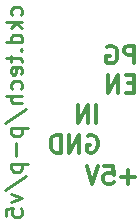
<source format=gbo>
G04 #@! TF.FileFunction,Legend,Bot*
%FSLAX46Y46*%
G04 Gerber Fmt 4.6, Leading zero omitted, Abs format (unit mm)*
G04 Created by KiCad (PCBNEW 4.0.1-stable) date Friday, March 04, 2016 'AMt' 12:55:25 AM*
%MOMM*%
G01*
G04 APERTURE LIST*
%ADD10C,0.100000*%
%ADD11C,0.300000*%
%ADD12C,0.250000*%
G04 APERTURE END LIST*
D10*
D11*
X167992857Y-101628571D02*
X167992857Y-100128571D01*
X167421429Y-100128571D01*
X167278571Y-100200000D01*
X167207143Y-100271429D01*
X167135714Y-100414286D01*
X167135714Y-100628571D01*
X167207143Y-100771429D01*
X167278571Y-100842857D01*
X167421429Y-100914286D01*
X167992857Y-100914286D01*
X165707143Y-100200000D02*
X165850000Y-100128571D01*
X166064286Y-100128571D01*
X166278571Y-100200000D01*
X166421429Y-100342857D01*
X166492857Y-100485714D01*
X166564286Y-100771429D01*
X166564286Y-100985714D01*
X166492857Y-101271429D01*
X166421429Y-101414286D01*
X166278571Y-101557143D01*
X166064286Y-101628571D01*
X165921429Y-101628571D01*
X165707143Y-101557143D01*
X165635714Y-101485714D01*
X165635714Y-100985714D01*
X165921429Y-100985714D01*
X167997143Y-103322857D02*
X167497143Y-103322857D01*
X167282857Y-104108571D02*
X167997143Y-104108571D01*
X167997143Y-102608571D01*
X167282857Y-102608571D01*
X166640000Y-104108571D02*
X166640000Y-102608571D01*
X165782857Y-104108571D01*
X165782857Y-102608571D01*
X164785714Y-106678571D02*
X164785714Y-105178571D01*
X164071428Y-106678571D02*
X164071428Y-105178571D01*
X163214285Y-106678571D01*
X163214285Y-105178571D01*
X164042857Y-107750000D02*
X164185714Y-107678571D01*
X164400000Y-107678571D01*
X164614285Y-107750000D01*
X164757143Y-107892857D01*
X164828571Y-108035714D01*
X164900000Y-108321429D01*
X164900000Y-108535714D01*
X164828571Y-108821429D01*
X164757143Y-108964286D01*
X164614285Y-109107143D01*
X164400000Y-109178571D01*
X164257143Y-109178571D01*
X164042857Y-109107143D01*
X163971428Y-109035714D01*
X163971428Y-108535714D01*
X164257143Y-108535714D01*
X163328571Y-109178571D02*
X163328571Y-107678571D01*
X162471428Y-109178571D01*
X162471428Y-107678571D01*
X161757142Y-109178571D02*
X161757142Y-107678571D01*
X161399999Y-107678571D01*
X161185714Y-107750000D01*
X161042856Y-107892857D01*
X160971428Y-108035714D01*
X160899999Y-108321429D01*
X160899999Y-108535714D01*
X160971428Y-108821429D01*
X161042856Y-108964286D01*
X161185714Y-109107143D01*
X161399999Y-109178571D01*
X161757142Y-109178571D01*
X168018571Y-111257143D02*
X166875714Y-111257143D01*
X167447143Y-111828571D02*
X167447143Y-110685714D01*
X165447142Y-110328571D02*
X166161428Y-110328571D01*
X166232857Y-111042857D01*
X166161428Y-110971429D01*
X166018571Y-110900000D01*
X165661428Y-110900000D01*
X165518571Y-110971429D01*
X165447142Y-111042857D01*
X165375714Y-111185714D01*
X165375714Y-111542857D01*
X165447142Y-111685714D01*
X165518571Y-111757143D01*
X165661428Y-111828571D01*
X166018571Y-111828571D01*
X166161428Y-111757143D01*
X166232857Y-111685714D01*
X164947143Y-110328571D02*
X164447143Y-111828571D01*
X163947143Y-110328571D01*
D12*
X158426667Y-97516666D02*
X158493333Y-97383333D01*
X158493333Y-97116666D01*
X158426667Y-96983333D01*
X158360000Y-96916666D01*
X158226667Y-96850000D01*
X157826667Y-96850000D01*
X157693333Y-96916666D01*
X157626667Y-96983333D01*
X157560000Y-97116666D01*
X157560000Y-97383333D01*
X157626667Y-97516666D01*
X158493333Y-98116666D02*
X157093333Y-98116666D01*
X157960000Y-98250000D02*
X158493333Y-98650000D01*
X157560000Y-98650000D02*
X158093333Y-98116666D01*
X158493333Y-99849999D02*
X157093333Y-99849999D01*
X158426667Y-99849999D02*
X158493333Y-99716666D01*
X158493333Y-99449999D01*
X158426667Y-99316666D01*
X158360000Y-99249999D01*
X158226667Y-99183333D01*
X157826667Y-99183333D01*
X157693333Y-99249999D01*
X157626667Y-99316666D01*
X157560000Y-99449999D01*
X157560000Y-99716666D01*
X157626667Y-99849999D01*
X158360000Y-100516666D02*
X158426667Y-100583333D01*
X158493333Y-100516666D01*
X158426667Y-100450000D01*
X158360000Y-100516666D01*
X158493333Y-100516666D01*
X157560000Y-100983333D02*
X157560000Y-101516667D01*
X157093333Y-101183333D02*
X158293333Y-101183333D01*
X158426667Y-101250000D01*
X158493333Y-101383333D01*
X158493333Y-101516667D01*
X158426667Y-102516667D02*
X158493333Y-102383333D01*
X158493333Y-102116667D01*
X158426667Y-101983333D01*
X158293333Y-101916667D01*
X157760000Y-101916667D01*
X157626667Y-101983333D01*
X157560000Y-102116667D01*
X157560000Y-102383333D01*
X157626667Y-102516667D01*
X157760000Y-102583333D01*
X157893333Y-102583333D01*
X158026667Y-101916667D01*
X158426667Y-103783333D02*
X158493333Y-103650000D01*
X158493333Y-103383333D01*
X158426667Y-103250000D01*
X158360000Y-103183333D01*
X158226667Y-103116667D01*
X157826667Y-103116667D01*
X157693333Y-103183333D01*
X157626667Y-103250000D01*
X157560000Y-103383333D01*
X157560000Y-103650000D01*
X157626667Y-103783333D01*
X158493333Y-104383333D02*
X157093333Y-104383333D01*
X158493333Y-104983333D02*
X157760000Y-104983333D01*
X157626667Y-104916667D01*
X157560000Y-104783333D01*
X157560000Y-104583333D01*
X157626667Y-104450000D01*
X157693333Y-104383333D01*
X157026667Y-106650000D02*
X158826667Y-105450000D01*
X157560000Y-107116667D02*
X158960000Y-107116667D01*
X157626667Y-107116667D02*
X157560000Y-107250001D01*
X157560000Y-107516667D01*
X157626667Y-107650001D01*
X157693333Y-107716667D01*
X157826667Y-107783334D01*
X158226667Y-107783334D01*
X158360000Y-107716667D01*
X158426667Y-107650001D01*
X158493333Y-107516667D01*
X158493333Y-107250001D01*
X158426667Y-107116667D01*
X157960000Y-108383334D02*
X157960000Y-109450001D01*
X157560000Y-110116667D02*
X158960000Y-110116667D01*
X157626667Y-110116667D02*
X157560000Y-110250001D01*
X157560000Y-110516667D01*
X157626667Y-110650001D01*
X157693333Y-110716667D01*
X157826667Y-110783334D01*
X158226667Y-110783334D01*
X158360000Y-110716667D01*
X158426667Y-110650001D01*
X158493333Y-110516667D01*
X158493333Y-110250001D01*
X158426667Y-110116667D01*
X157026667Y-112383334D02*
X158826667Y-111183334D01*
X157560000Y-112716668D02*
X158493333Y-113050001D01*
X157560000Y-113383335D01*
X157093333Y-114583335D02*
X157093333Y-113916668D01*
X157760000Y-113850002D01*
X157693333Y-113916668D01*
X157626667Y-114050002D01*
X157626667Y-114383335D01*
X157693333Y-114516668D01*
X157760000Y-114583335D01*
X157893333Y-114650002D01*
X158226667Y-114650002D01*
X158360000Y-114583335D01*
X158426667Y-114516668D01*
X158493333Y-114383335D01*
X158493333Y-114050002D01*
X158426667Y-113916668D01*
X158360000Y-113850002D01*
M02*

</source>
